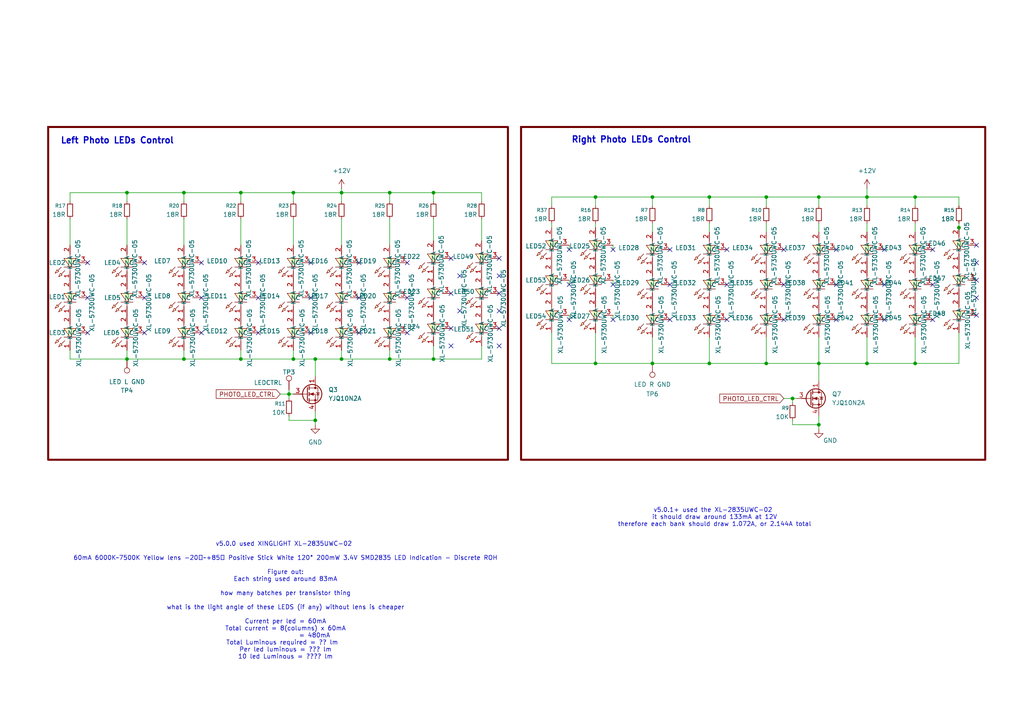
<source format=kicad_sch>
(kicad_sch (version 20250114) (generator "eeschema") (generator_version "9.0")
  (paper "A4")
  (title_block (title "MothBox") (date "2025-10-02") (rev "5.0.2") (company "Digital Naturalism Laboritories"))
  (lib_symbols
    (symbol "MothBox_Symbol_Library:+12V" (power) (pin_numbers (hide yes)) (pin_names (offset 0) (hide yes))
      (property "Value" "+12V" (at 0 3.556 0))
      (symbol "+12V_0_1"
        (polyline (pts (xy -0.762 1.27) (xy 0 2.54)))
        (polyline (pts (xy 0 2.54) (xy 0.762 1.27)))
        (polyline (pts (xy 0 0) (xy 0 2.54)))
      )
      (symbol "+12V_1_1"
        (pin power_in line (at 0 0 90) (length 0) (name "~") (number "1"))
      )
    )
    (symbol "MothBox_Symbol_Library:GND" (power) (pin_numbers (hide yes)) (pin_names (offset 0) (hide yes))
      (property "Value" "GND" (at 0 -3.81 0))
      (symbol "GND_0_1"
        (polyline (pts (xy 0 0) (xy 0 -1.27) (xy 1.27 -1.27) (xy 0 -2.54) (xy -1.27 -1.27) (xy 0 -1.27)))
      )
      (symbol "GND_1_1"
        (pin power_in line (at 0 0 270) (length 0) (name "~") (number "1"))
      )
    )
    (symbol "MothBox_Symbol_Library:R_Small" (pin_numbers (hide yes)) (pin_names (offset 0.254) (hide yes))
      (property "Reference" "R" (at 0 0 90))
      (property "Value" "R_Small" (at 1.778 0 90))
      (symbol "R_Small_0_1"
        (rectangle (start -0.762 1.778) (end 0.762 -1.778) (stroke (width 0.2032)))
      )
      (symbol "R_Small_1_1"
        (pin passive line (at 0 2.54 270) (length 0.762) (name "~") (number "1"))
        (pin passive line (at 0 -2.54 90) (length 0.762) (name "~") (number "2"))
      )
    )
    (symbol "MothBox_Symbol_Library:TestPoint" (pin_numbers (hide yes)) (pin_names (offset 0.762) (hide yes))
      (property "Reference" "TP" (at 0 6.858 0))
      (property "Value" "TestPoint" (at 0 5.08 0))
      (symbol "TestPoint_0_1"
        (circle (center 0 3.302) (radius 0.762))
      )
      (symbol "TestPoint_1_1"
        (pin passive line (at 0 0 90) (length 2.54) (name "1") (number "1"))
      )
    )
    (symbol "MothBox_Symbol_Library:XL-5730UWC-05"
      (property "Reference" "LED" (at 0 5.08 0))
      (property "Value" "XL-5730UWC-05" (at 0 -10.16 0))
      (symbol "XL-5730UWC-05_0_1"
        (polyline (pts (xy -4.06 3.3) (xy -3.05 2.79) (xy -3.56 2.29) (xy -4.06 3.3)) (fill (type background)))
        (polyline (pts (xy -3.05 4.32) (xy -2.03 3.81) (xy -2.54 3.3) (xy -3.05 4.32)) (fill (type background)))
        (polyline (pts (xy -2.29 1.52) (xy -3.3 2.54) (xy -2.29 1.52)) (fill (type background)))
        (polyline (pts (xy -1.27 2.54) (xy -2.29 3.56) (xy -1.27 2.54)) (fill (type background)))
        (polyline (pts (xy -1.27 1.78) (xy -1.27 -1.78)))
        (polyline (pts (xy -1.27 0) (xy -2.54 0)))
        (polyline (pts (xy 1.27 1.78) (xy -1.27 0) (xy 1.27 -1.78) (xy 1.27 1.78)) (fill (type background)))
        (polyline (pts (xy 2.54 0) (xy 1.27 0)))
        (pin unspecified line (at -5.08 0 0) (length 2.54) (name "K") (number "1"))
        (pin unspecified line (at 0 -5.08 90) (length 2.54) (name "NC") (number "3"))
        (pin unspecified line (at 5.08 0 180) (length 2.54) (name "A") (number "2"))
      )
    )
    (symbol "MothBox_Symbol_Library:YJQ10N2A_1" (pin_names (hide yes))
      (property "Reference" "Q" (at 5.08 1.905 0))
      (property "Value" "YJQ10N2A" (at 5.08 0 0))
      (symbol "YJQ10N2A_1_0_1"
        (polyline (pts (xy 0.254 1.905) (xy 0.254 -1.905)) (stroke (width 0.254)))
        (polyline (pts (xy 0.254 0) (xy -2.54 0)))
        (polyline (pts (xy 0.762 2.286) (xy 0.762 1.27)) (stroke (width 0.254)))
        (polyline (pts (xy 0.762 0.508) (xy 0.762 -0.508)) (stroke (width 0.254)))
        (polyline (pts (xy 0.762 -1.27) (xy 0.762 -2.286)) (stroke (width 0.254)))
        (polyline (pts (xy 0.762 -1.778) (xy 3.302 -1.778) (xy 3.302 1.778) (xy 0.762 1.778)))
        (polyline (pts (xy 1.016 0) (xy 2.032 0.381) (xy 2.032 -0.381) (xy 1.016 0)) (fill (type outline)))
        (circle (center 1.651 0) (radius 2.794) (stroke (width 0.254)))
        (polyline (pts (xy 2.54 2.54) (xy 2.54 1.778)))
        (circle (center 2.54 1.778) (radius 0.254) (fill (type outline)))
        (circle (center 2.54 -1.778) (radius 0.254) (fill (type outline)))
        (polyline (pts (xy 2.54 -2.54) (xy 2.54 0) (xy 0.762 0)))
        (polyline (pts (xy 2.794 0.508) (xy 2.921 0.381) (xy 3.683 0.381) (xy 3.81 0.254)))
        (polyline (pts (xy 3.302 0.381) (xy 2.921 -0.254) (xy 3.683 -0.254) (xy 3.302 0.381)))
      )
      (symbol "YJQ10N2A_1_1_1"
        (pin input line (at -3.81 0 0) (length 2.54) (name "G") (number "3"))
        (pin passive line (at 2.54 5.08 270) (length 2.54) (name "D") (number "1"))
        (pin passive line (at 2.54 5.08 270) (length 2.54) (hide yes) (name "D") (number "2"))
        (pin passive line (at 2.54 5.08 270) (length 2.54) (hide yes) (name "D") (number "5"))
        (pin passive line (at 2.54 5.08 270) (length 2.54) (hide yes) (name "D") (number "6"))
        (pin passive line (at 2.54 5.08 270) (length 2.54) (hide yes) (name "D") (number "8"))
        (pin passive line (at 2.54 -5.08 90) (length 2.54) (name "S") (number "4"))
        (pin passive line (at 2.54 -5.08 90) (length 2.54) (hide yes) (name "S") (number "7"))
      )
    )
    (symbol "YJQ10N2A_1_1_1_1_1" (pin_names (hide yes))
      (property "Reference" "Q" (at 5.08 1.905 0))
      (property "Value" "YJQ10N2A" (at 5.08 0 0))
      (symbol "YJQ10N2A_1_1_1_1_1_0_1"
        (polyline (pts (xy 0.254 1.905) (xy 0.254 -1.905)) (stroke (width 0.254)))
        (polyline (pts (xy 0.254 0) (xy -2.54 0)))
        (polyline (pts (xy 0.762 2.286) (xy 0.762 1.27)) (stroke (width 0.254)))
        (polyline (pts (xy 0.762 0.508) (xy 0.762 -0.508)) (stroke (width 0.254)))
        (polyline (pts (xy 0.762 -1.27) (xy 0.762 -2.286)) (stroke (width 0.254)))
        (polyline (pts (xy 0.762 -1.778) (xy 3.302 -1.778) (xy 3.302 1.778) (xy 0.762 1.778)))
        (polyline (pts (xy 1.016 0) (xy 2.032 0.381) (xy 2.032 -0.381) (xy 1.016 0)) (fill (type outline)))
        (circle (center 1.651 0) (radius 2.794) (stroke (width 0.254)))
        (polyline (pts (xy 2.54 2.54) (xy 2.54 1.778)))
        (circle (center 2.54 1.778) (radius 0.254) (fill (type outline)))
        (circle (center 2.54 -1.778) (radius 0.254) (fill (type outline)))
        (polyline (pts (xy 2.54 -2.54) (xy 2.54 0) (xy 0.762 0)))
        (polyline (pts (xy 2.794 0.508) (xy 2.921 0.381) (xy 3.683 0.381) (xy 3.81 0.254)))
        (polyline (pts (xy 3.302 0.381) (xy 2.921 -0.254) (xy 3.683 -0.254) (xy 3.302 0.381)))
      )
      (symbol "YJQ10N2A_1_1_1_1_1_1_1"
        (pin input line (at -3.81 0 0) (length 2.54) (name "G") (number "3"))
        (pin passive line (at 2.54 5.08 270) (length 2.54) (name "D") (number "1"))
        (pin passive line (at 2.54 5.08 270) (length 2.54) (hide yes) (name "D") (number "2"))
        (pin passive line (at 2.54 5.08 270) (length 2.54) (hide yes) (name "D") (number "3"))
        (pin passive line (at 2.54 5.08 270) (length 2.54) (hide yes) (name "D") (number "5"))
        (pin passive line (at 2.54 5.08 270) (length 2.54) (hide yes) (name "D") (number "6"))
        (pin passive line (at 2.54 5.08 270) (length 2.54) (hide yes) (name "D") (number "8"))
        (pin passive line (at 2.54 -5.08 90) (length 2.54) (name "S") (number "4"))
        (pin passive line (at 2.54 -5.08 90) (length 2.54) (hide yes) (name "S") (number "7"))
      )
    )
    (symbol "YJQ10N2A_2_1_1_1_1" (pin_names (hide yes))
      (property "Reference" "Q" (at 5.08 1.905 0))
      (property "Value" "YJQ10N2A" (at 5.08 0 0))
      (symbol "YJQ10N2A_2_1_1_1_1_0_1"
        (polyline (pts (xy 0.254 1.905) (xy 0.254 -1.905)) (stroke (width 0.254)))
        (polyline (pts (xy 0.254 0) (xy -2.54 0)))
        (polyline (pts (xy 0.762 2.286) (xy 0.762 1.27)) (stroke (width 0.254)))
        (polyline (pts (xy 0.762 0.508) (xy 0.762 -0.508)) (stroke (width 0.254)))
        (polyline (pts (xy 0.762 -1.27) (xy 0.762 -2.286)) (stroke (width 0.254)))
        (polyline (pts (xy 0.762 -1.778) (xy 3.302 -1.778) (xy 3.302 1.778) (xy 0.762 1.778)))
        (polyline (pts (xy 1.016 0) (xy 2.032 0.381) (xy 2.032 -0.381) (xy 1.016 0)) (fill (type outline)))
        (circle (center 1.651 0) (radius 2.794) (stroke (width 0.254)))
        (polyline (pts (xy 2.54 2.54) (xy 2.54 1.778)))
        (circle (center 2.54 1.778) (radius 0.254) (fill (type outline)))
        (circle (center 2.54 -1.778) (radius 0.254) (fill (type outline)))
        (polyline (pts (xy 2.54 -2.54) (xy 2.54 0) (xy 0.762 0)))
        (polyline (pts (xy 2.794 0.508) (xy 2.921 0.381) (xy 3.683 0.381) (xy 3.81 0.254)))
        (polyline (pts (xy 3.302 0.381) (xy 2.921 -0.254) (xy 3.683 -0.254) (xy 3.302 0.381)))
      )
      (symbol "YJQ10N2A_2_1_1_1_1_1_1"
        (pin input line (at -3.81 0 0) (length 2.54) (name "G") (number "3"))
        (pin passive line (at 2.54 5.08 270) (length 2.54) (name "D") (number "1"))
        (pin passive line (at 2.54 5.08 270) (length 2.54) (hide yes) (name "D") (number "2"))
        (pin passive line (at 2.54 5.08 270) (length 2.54) (hide yes) (name "D") (number "3"))
        (pin passive line (at 2.54 5.08 270) (length 2.54) (hide yes) (name "D") (number "5"))
        (pin passive line (at 2.54 5.08 270) (length 2.54) (hide yes) (name "D") (number "6"))
        (pin passive line (at 2.54 5.08 270) (length 2.54) (hide yes) (name "D") (number "8"))
        (pin passive line (at 2.54 -5.08 90) (length 2.54) (name "S") (number "4"))
        (pin passive line (at 2.54 -5.08 90) (length 2.54) (hide yes) (name "S") (number "7"))
      )
    )
  )
  (rectangle (start 13.97 36.83) (end 147.32 133.35) (stroke (width 0.5842) (color 110 0 0 1)))
  (rectangle (start 151.13 36.83) (end 285.75 133.35) (stroke (width 0.5842) (color 110 0 0 1)))
  (text "v5.0.0 used XINGLIGHT XL-2835UWC-02 \n\n60mA 6000K~7500K Yellow lens -20℃~+85℃ Positive Stick White 120° 200mW 3.4V SMD2835 LED Indication - Discrete ROH\n\nFigure out:\nEach string used around 83mA\n\nhow many batches per transistor thing\n\nwhat is the light angle of these LEDS (if any) without lens is cheaper\n\nCurrent per led = 60mA\nTotal current = 8(columns) x 60mA\n			  = 480mA\nTotal Luminous required = ?? lm  \nPer led luminous = ??? lm\n10 led Luminous = ???? lm" (at 82.804 174.244 0) (effects (font (size 1.27 1.27))))
  (text "Right Photo LEDs Control" (at 183.134 40.64 0) (effects (font (size 1.778 1.778) (thickness 0.3556) (bold yes))))
  (text "Left Photo LEDs Control" (at 34.036 40.894 0) (effects (font (size 1.778 1.778) (thickness 0.3556) (bold yes))))
  (text "v5.0.1+ used the XL-2835UWC-02 \nit should draw around 133mA at 12V\ntherefore each bank should draw 1.072A, or 2.144A total" (at 207.264 150.114 0) (effects (font (size 1.27 1.27))))
  (junction (at 189.23 105.41))
  (junction (at 251.46 105.41))
  (junction (at 265.43 57.15))
  (junction (at 99.06 104.14))
  (junction (at 53.34 104.14))
  (junction (at 36.83 55.88))
  (junction (at 222.25 57.15))
  (junction (at 172.72 105.41))
  (junction (at 69.85 55.88))
  (junction (at 83.82 114.3))
  (junction (at 91.44 104.14))
  (junction (at 189.23 57.15))
  (junction (at 205.74 105.41))
  (junction (at 278.13 66.04))
  (junction (at 113.03 104.14))
  (junction (at 85.09 55.88))
  (junction (at 91.44 121.92))
  (junction (at 172.72 57.15))
  (junction (at 237.49 105.41))
  (junction (at 53.34 55.88))
  (junction (at 85.09 104.14))
  (junction (at 237.49 57.15))
  (junction (at 205.74 57.15))
  (junction (at 36.83 104.14))
  (junction (at 229.87 115.57))
  (junction (at 251.46 57.15))
  (junction (at 222.25 105.41))
  (junction (at 99.06 55.88))
  (junction (at 265.43 105.41))
  (junction (at 69.85 104.14))
  (junction (at 237.49 123.19))
  (junction (at 125.73 55.88))
  (junction (at 113.03 55.88))
  (junction (at 125.73 104.14))
  (no_connect (at 144.78 85.09))
  (no_connect (at 242.57 72.39))
  (no_connect (at 165.1 82.55))
  (no_connect (at 74.93 96.52))
  (no_connect (at 194.31 82.55))
  (no_connect (at 283.21 86.36))
  (no_connect (at 283.21 71.12))
  (no_connect (at 104.14 96.52))
  (no_connect (at 283.21 76.2))
  (no_connect (at 242.57 92.71))
  (no_connect (at 74.93 76.2))
  (no_connect (at 256.54 82.55))
  (no_connect (at 144.78 95.25))
  (no_connect (at 25.4 76.2))
  (no_connect (at 227.33 92.71))
  (no_connect (at 165.1 72.39))
  (no_connect (at 227.33 72.39))
  (no_connect (at 256.54 72.39))
  (no_connect (at 41.91 96.52))
  (no_connect (at 90.17 86.36))
  (no_connect (at 242.57 82.55))
  (no_connect (at 165.1 92.71))
  (no_connect (at 25.4 86.36))
  (no_connect (at 104.14 76.2))
  (no_connect (at 177.8 82.55))
  (no_connect (at 118.11 76.2))
  (no_connect (at 130.81 100.33))
  (no_connect (at 133.35 90.17))
  (no_connect (at 144.78 80.01))
  (no_connect (at 194.31 92.71))
  (no_connect (at 256.54 92.71))
  (no_connect (at 270.51 82.55))
  (no_connect (at 118.11 96.52))
  (no_connect (at 74.93 86.36))
  (no_connect (at 130.81 95.25))
  (no_connect (at 104.14 86.36))
  (no_connect (at 58.42 96.52))
  (no_connect (at 90.17 96.52))
  (no_connect (at 118.11 86.36))
  (no_connect (at 144.78 100.33))
  (no_connect (at 210.82 72.39))
  (no_connect (at 210.82 92.71))
  (no_connect (at 194.31 72.39))
  (no_connect (at 58.42 86.36))
  (no_connect (at 130.81 74.93))
  (no_connect (at 41.91 76.2))
  (no_connect (at 144.78 74.93))
  (no_connect (at 270.51 72.39))
  (no_connect (at 177.8 92.71))
  (no_connect (at 130.81 85.09))
  (no_connect (at 283.21 91.44))
  (no_connect (at 41.91 86.36))
  (no_connect (at 133.35 80.01))
  (no_connect (at 58.42 76.2))
  (no_connect (at 90.17 76.2))
  (no_connect (at 227.33 82.55))
  (no_connect (at 270.51 92.71))
  (no_connect (at 177.8 72.39))
  (no_connect (at 144.78 90.17))
  (no_connect (at 210.82 82.55))
  (no_connect (at 25.4 96.52))
  (no_connect (at 283.21 81.28))
  (wire (pts (xy 189.23 57.15) (xy 205.74 57.15)))
  (wire (pts (xy 83.82 113.03) (xy 83.82 114.3)))
  (wire (pts (xy 172.72 105.41) (xy 189.23 105.41)))
  (wire (pts (xy 85.09 104.14) (xy 91.44 104.14)))
  (wire (pts (xy 237.49 59.69) (xy 237.49 57.15)))
  (wire (pts (xy 189.23 59.69) (xy 189.23 57.15)))
  (wire (pts (xy 278.13 96.52) (xy 278.13 105.41)))
  (wire (pts (xy 139.7 63.5) (xy 139.7 69.85)))
  (wire (pts (xy 205.74 97.79) (xy 205.74 105.41)))
  (wire (pts (xy 222.25 57.15) (xy 237.49 57.15)))
  (wire (pts (xy 172.72 57.15) (xy 172.72 59.69)))
  (wire (pts (xy 125.73 104.14) (xy 139.7 104.14)))
  (wire (pts (xy 237.49 123.19) (xy 237.49 124.46)))
  (wire (pts (xy 237.49 105.41) (xy 251.46 105.41)))
  (wire (pts (xy 251.46 59.69) (xy 251.46 57.15)))
  (wire (pts (xy 251.46 64.77) (xy 251.46 67.31)))
  (wire (pts (xy 99.06 63.5) (xy 99.06 71.12)))
  (wire (pts (xy 36.83 63.5) (xy 36.83 71.12)))
  (wire (pts (xy 165.1 82.55) (xy 165.1 81.28)))
  (wire (pts (xy 99.06 58.42) (xy 99.06 55.88)))
  (wire (pts (xy 160.02 96.52) (xy 160.02 105.41)))
  (wire (pts (xy 69.85 63.5) (xy 69.85 71.12)))
  (wire (pts (xy 81.28 114.3) (xy 83.82 114.3)))
  (wire (pts (xy 222.25 64.77) (xy 222.25 67.31)))
  (wire (pts (xy 237.49 64.77) (xy 237.49 67.31)))
  (wire (pts (xy 172.72 57.15) (xy 189.23 57.15)))
  (wire (pts (xy 278.13 59.69) (xy 278.13 57.15)))
  (wire (pts (xy 20.32 55.88) (xy 36.83 55.88)))
  (wire (pts (xy 125.73 58.42) (xy 125.73 55.88)))
  (wire (pts (xy 113.03 104.14) (xy 125.73 104.14)))
  (wire (pts (xy 53.34 55.88) (xy 69.85 55.88)))
  (wire (pts (xy 69.85 58.42) (xy 69.85 55.88)))
  (wire (pts (xy 83.82 114.3) (xy 83.82 115.57)))
  (wire (pts (xy 189.23 64.77) (xy 189.23 67.31)))
  (wire (pts (xy 139.7 100.33) (xy 139.7 104.14)))
  (wire (pts (xy 69.85 104.14) (xy 85.09 104.14)))
  (wire (pts (xy 113.03 101.6) (xy 113.03 104.14)))
  (wire (pts (xy 237.49 57.15) (xy 251.46 57.15)))
  (wire (pts (xy 36.83 55.88) (xy 53.34 55.88)))
  (wire (pts (xy 229.87 123.19) (xy 237.49 123.19)))
  (wire (pts (xy 189.23 97.79) (xy 189.23 105.41)))
  (wire (pts (xy 265.43 59.69) (xy 265.43 57.15)))
  (wire (pts (xy 160.02 64.77) (xy 160.02 66.04)))
  (wire (pts (xy 91.44 121.92) (xy 91.44 123.19)))
  (wire (pts (xy 278.13 105.41) (xy 265.43 105.41)))
  (wire (pts (xy 53.34 104.14) (xy 69.85 104.14)))
  (wire (pts (xy 237.49 97.79) (xy 237.49 105.41)))
  (wire (pts (xy 125.73 63.5) (xy 125.73 69.85)))
  (wire (pts (xy 227.33 115.57) (xy 229.87 115.57)))
  (wire (pts (xy 83.82 121.92) (xy 91.44 121.92)))
  (wire (pts (xy 278.13 64.77) (xy 278.13 66.04)))
  (wire (pts (xy 36.83 58.42) (xy 36.83 55.88)))
  (wire (pts (xy 165.1 72.39) (xy 165.1 71.12)))
  (wire (pts (xy 222.25 105.41) (xy 237.49 105.41)))
  (wire (pts (xy 91.44 104.14) (xy 91.44 109.22)))
  (wire (pts (xy 85.09 101.6) (xy 85.09 104.14)))
  (wire (pts (xy 91.44 104.14) (xy 99.06 104.14)))
  (wire (pts (xy 53.34 101.6) (xy 53.34 104.14)))
  (wire (pts (xy 139.7 58.42) (xy 139.7 55.88)))
  (wire (pts (xy 265.43 57.15) (xy 278.13 57.15)))
  (wire (pts (xy 251.46 57.15) (xy 265.43 57.15)))
  (wire (pts (xy 20.32 58.42) (xy 20.32 55.88)))
  (wire (pts (xy 99.06 101.6) (xy 99.06 104.14)))
  (wire (pts (xy 237.49 120.65) (xy 237.49 123.19)))
  (wire (pts (xy 85.09 58.42) (xy 85.09 55.88)))
  (wire (pts (xy 113.03 55.88) (xy 113.03 58.42)))
  (wire (pts (xy 177.8 82.55) (xy 177.8 81.28)))
  (wire (pts (xy 36.83 101.6) (xy 36.83 104.14)))
  (wire (pts (xy 189.23 105.41) (xy 205.74 105.41)))
  (wire (pts (xy 177.8 92.71) (xy 177.8 91.44)))
  (wire (pts (xy 205.74 105.41) (xy 222.25 105.41)))
  (wire (pts (xy 83.82 120.65) (xy 83.82 121.92)))
  (wire (pts (xy 172.72 96.52) (xy 172.72 105.41)))
  (wire (pts (xy 20.32 63.5) (xy 20.32 71.12)))
  (wire (pts (xy 85.09 55.88) (xy 99.06 55.88)))
  (wire (pts (xy 113.03 63.5) (xy 113.03 71.12)))
  (wire (pts (xy 222.25 59.69) (xy 222.25 57.15)))
  (wire (pts (xy 53.34 58.42) (xy 53.34 55.88)))
  (wire (pts (xy 160.02 105.41) (xy 172.72 105.41)))
  (wire (pts (xy 251.46 54.61) (xy 251.46 57.15)))
  (wire (pts (xy 265.43 97.79) (xy 265.43 105.41)))
  (wire (pts (xy 139.7 55.88) (xy 125.73 55.88)))
  (wire (pts (xy 91.44 119.38) (xy 91.44 121.92)))
  (wire (pts (xy 177.8 72.39) (xy 177.8 71.12)))
  (wire (pts (xy 278.13 66.04) (xy 278.13 67.31)))
  (wire (pts (xy 205.74 57.15) (xy 222.25 57.15)))
  (wire (pts (xy 53.34 63.5) (xy 53.34 71.12)))
  (wire (pts (xy 229.87 115.57) (xy 231.14 115.57)))
  (wire (pts (xy 125.73 100.33) (xy 125.73 104.14)))
  (wire (pts (xy 69.85 55.88) (xy 85.09 55.88)))
  (wire (pts (xy 229.87 121.92) (xy 229.87 123.19)))
  (wire (pts (xy 20.32 101.6) (xy 20.32 104.14)))
  (wire (pts (xy 251.46 105.41) (xy 265.43 105.41)))
  (wire (pts (xy 205.74 64.77) (xy 205.74 67.31)))
  (wire (pts (xy 36.83 104.14) (xy 53.34 104.14)))
  (wire (pts (xy 237.49 105.41) (xy 237.49 110.49)))
  (wire (pts (xy 99.06 55.88) (xy 113.03 55.88)))
  (wire (pts (xy 165.1 92.71) (xy 165.1 91.44)))
  (wire (pts (xy 160.02 59.69) (xy 160.02 57.15)))
  (wire (pts (xy 99.06 54.61) (xy 99.06 55.88)))
  (wire (pts (xy 172.72 64.77) (xy 172.72 66.04)))
  (wire (pts (xy 69.85 101.6) (xy 69.85 104.14)))
  (wire (pts (xy 222.25 97.79) (xy 222.25 105.41)))
  (wire (pts (xy 251.46 97.79) (xy 251.46 105.41)))
  (wire (pts (xy 85.09 63.5) (xy 85.09 71.12)))
  (wire (pts (xy 160.02 57.15) (xy 172.72 57.15)))
  (wire (pts (xy 229.87 115.57) (xy 229.87 116.84)))
  (wire (pts (xy 83.82 114.3) (xy 85.09 114.3)))
  (wire (pts (xy 265.43 64.77) (xy 265.43 67.31)))
  (wire (pts (xy 205.74 59.69) (xy 205.74 57.15)))
  (wire (pts (xy 99.06 104.14) (xy 113.03 104.14)))
  (wire (pts (xy 113.03 55.88) (xy 125.73 55.88)))
  (wire (pts (xy 20.32 104.14) (xy 36.83 104.14)))
  (global_label "PHOTO_LED_CTRL" (shape input) (at 227.33 115.57 180) (property "Intersheetrefs" "${INTERSHEET_REFS}" (effects (hide yes))))
  (global_label "PHOTO_LED_CTRL" (shape input) (at 81.28 114.3 180) (property "Intersheetrefs" "${INTERSHEET_REFS}" (effects (hide yes))))
  (symbol (lib_id "MothBox_Symbol_Library:XL-5730UWC-05") (at 139.7 95.25 90) (unit 1)
    (property "Reference" "LED51" (at 137.668 95.504 90) (effects (justify left)))
    (property "Value" "XL-5730UWC-05" (at 142.24 105.156 0) (effects (justify left)))
    (property "Footprint" "MothBox_footprints_Library:LED-SMD_3P-L5.7-W3.0-RD" (effects (hide yes)))
    (property "LCSC_Part" "C2843887" (effects (hide yes)))
  )
  (symbol (lib_id "MothBox_Symbol_Library:XL-5730UWC-05") (at 99.06 96.52 90) (unit 1)
    (property "Reference" "LED18" (at 95.25 96.0099 90) (effects (justify left)))
    (property "Value" "XL-5730UWC-05" (at 101.6 106.426 0) (effects (justify left)))
    (property "Footprint" "MothBox_footprints_Library:LED-SMD_3P-L5.7-W3.0-RD" (effects (hide yes)))
    (property "LCSC_Part" "C2843887" (effects (hide yes)))
  )
  (symbol (lib_id "MothBox_Symbol_Library:XL-5730UWC-05") (at 69.85 86.36 90) (unit 1)
    (property "Reference" "LED11" (at 66.04 85.8499 90) (effects (justify left)))
    (property "Value" "XL-5730UWC-05" (at 76.2 96.266 0) (effects (justify left)))
    (property "Footprint" "MothBox_footprints_Library:LED-SMD_3P-L5.7-W3.0-RD" (effects (hide yes)))
    (property "LCSC_Part" "C2843887" (effects (hide yes)))
  )
  (symbol (lib_id "MothBox_Symbol_Library:XL-5730UWC-05") (at 20.32 86.36 90) (unit 1)
    (property "Reference" "LED1" (at 19.05 86.106 90) (effects (justify left)))
    (property "Value" "XL-5730UWC-05" (at 26.67 96.266 0) (effects (justify left)))
    (property "Footprint" "MothBox_footprints_Library:LED-SMD_3P-L5.7-W3.0-RD" (effects (hide yes)))
    (property "LCSC_Part" "C2843887" (effects (hide yes)))
  )
  (symbol (lib_id "MothBox_Symbol_Library:XL-5730UWC-05") (at 172.72 91.44 90) (unit 1)
    (property "Reference" "LED27" (at 171.196 91.694 90) (effects (justify left)))
    (property "Value" "XL-5730UWC-05" (at 175.26 102.616 0) (effects (justify left)))
    (property "Footprint" "MothBox_footprints_Library:LED-SMD_3P-L5.7-W3.0-RD" (effects (hide yes)))
    (property "LCSC_Part" "C2843887" (effects (hide yes)))
  )
  (symbol (lib_id "MothBox_Symbol_Library:XL-5730UWC-05") (at 53.34 76.2 90) (unit 1)
    (property "Reference" "LED7" (at 49.53 75.6899 90) (effects (justify left)))
    (property "Value" "XL-5730UWC-05" (at 55.626 86.36 0) (effects (justify left)))
    (property "Footprint" "MothBox_footprints_Library:LED-SMD_3P-L5.7-W3.0-RD" (effects (hide yes)))
    (property "LCSC_Part" "C2843887" (effects (hide yes)))
  )
  (symbol (lib_id "MothBox_Symbol_Library:XL-5730UWC-05") (at 205.74 72.39 90) (unit 1)
    (property "Reference" "LED31" (at 201.93 71.8799 90) (effects (justify left)))
    (property "Value" "XL-5730UWC-05" (at 208.026 82.55 0) (effects (justify left)))
    (property "Footprint" "MothBox_footprints_Library:LED-SMD_3P-L5.7-W3.0-RD" (effects (hide yes)))
    (property "LCSC_Part" "C2843887" (effects (hide yes)))
  )
  (symbol (lib_id "MothBox_Symbol_Library:XL-5730UWC-05") (at 36.83 96.52 90) (unit 1)
    (property "Reference" "LED6" (at 34.798 96.52 90) (effects (justify left)))
    (property "Value" "XL-5730UWC-05" (at 39.37 106.426 0) (effects (justify left)))
    (property "Footprint" "MothBox_footprints_Library:LED-SMD_3P-L5.7-W3.0-RD" (effects (hide yes)))
    (property "LCSC_Part" "C2843887" (effects (hide yes)))
  )
  (symbol (lib_id "MothBox_Symbol_Library:R_Small") (at 251.46 62.23 0) (mirror y) (unit 1)
    (property "Reference" "R13" (at 250.19 60.96 0) (effects (font (size 1.016 1.016)) (justify left)))
    (property "Value" "18R" (at 250.19 63.5 0) (effects (justify left)))
    (property "Footprint" "MothBox_footprints_Library:R_1210_3225Metric" (effects (hide yes)))
    (property "Description" "CL1210FN18RP" (effects (hide yes)))
    (property "LCSC_Part" "C48392080" (effects (hide yes)))
  )
  (symbol (lib_id "MothBox_Symbol_Library:XL-5730UWC-05") (at 20.32 76.2 90) (unit 1)
    (property "Reference" "LED2" (at 19.05 76.2 90) (effects (justify left)))
    (property "Value" "XL-5730UWC-05" (at 22.606 86.36 0) (effects (justify left)))
    (property "Footprint" "MothBox_footprints_Library:LED-SMD_3P-L5.7-W3.0-RD" (effects (hide yes)))
    (property "LCSC_Part" "C2843887" (effects (hide yes)))
  )
  (symbol (lib_id "MothBox_Symbol_Library:XL-5730UWC-05") (at 265.43 82.55 90) (unit 1)
    (property "Reference" "LED44" (at 261.62 82.0399 90) (effects (justify left)))
    (property "Value" "XL-5730UWC-05" (at 271.78 92.456 0) (effects (justify left)))
    (property "Footprint" "MothBox_footprints_Library:LED-SMD_3P-L5.7-W3.0-RD" (effects (hide yes)))
    (property "LCSC_Part" "C2843887" (effects (hide yes)))
  )
  (symbol (lib_id "MothBox_Symbol_Library:XL-5730UWC-05") (at 222.25 82.55 90) (unit 1)
    (property "Reference" "LED35" (at 218.44 82.0399 90) (effects (justify left)))
    (property "Value" "XL-5730UWC-05" (at 228.6 92.456 0) (effects (justify left)))
    (property "Footprint" "MothBox_footprints_Library:LED-SMD_3P-L5.7-W3.0-RD" (effects (hide yes)))
    (property "LCSC_Part" "C2843887" (effects (hide yes)))
  )
  (symbol (lib_id "MothBox_Symbol_Library:R_Small") (at 189.23 62.23 0) (mirror y) (unit 1)
    (property "Reference" "R7" (at 187.96 60.96 0) (effects (font (size 1.016 1.016)) (justify left)))
    (property "Value" "18R" (at 187.96 63.5 0) (effects (justify left)))
    (property "Footprint" "MothBox_footprints_Library:R_1210_3225Metric" (effects (hide yes)))
    (property "Description" "CL1210FN18RP" (effects (hide yes)))
    (property "LCSC_Part" "C48392080" (effects (hide yes)))
  )
  (symbol (lib_id "MothBox_Symbol_Library:R_Small") (at 172.72 62.23 0) (mirror y) (unit 1)
    (property "Reference" "R16" (at 171.45 60.96 0) (effects (font (size 1.016 1.016)) (justify left)))
    (property "Value" "18R" (at 171.45 63.5 0) (effects (justify left)))
    (property "Footprint" "MothBox_footprints_Library:R_1210_3225Metric" (effects (hide yes)))
    (property "Description" "CL1210FN18RP" (effects (hide yes)))
    (property "LCSC_Part" "C48392080" (effects (hide yes)))
  )
  (symbol (lib_id "MothBox_Symbol_Library:XL-5730UWC-05") (at 237.49 82.55 90) (unit 1)
    (property "Reference" "LED38" (at 233.68 82.0399 90) (effects (justify left)))
    (property "Value" "XL-5730UWC-05" (at 243.84 92.456 0) (effects (justify left)))
    (property "Footprint" "MothBox_footprints_Library:LED-SMD_3P-L5.7-W3.0-RD" (effects (hide yes)))
    (property "LCSC_Part" "C2843887" (effects (hide yes)))
  )
  (symbol (lib_id "MothBox_Symbol_Library:R_Small") (at 139.7 60.96 0) (mirror y) (unit 1)
    (property "Reference" "R28" (at 138.43 59.69 0) (effects (font (size 1.016 1.016)) (justify left)))
    (property "Value" "18R" (at 138.43 62.23 0) (effects (justify left)))
    (property "Footprint" "MothBox_footprints_Library:R_1210_3225Metric" (effects (hide yes)))
    (property "Description" "CL1210FN18RP" (effects (hide yes)))
    (property "LCSC_Part" "C48392080" (effects (hide yes)))
  )
  (symbol (lib_id "MothBox_Symbol_Library:XL-5730UWC-05") (at 172.72 81.28 90) (unit 1)
    (property "Reference" "LED26" (at 171.196 81.28 90) (effects (justify left)))
    (property "Value" "XL-5730UWC-05" (at 179.07 92.456 0) (effects (justify left)))
    (property "Footprint" "MothBox_footprints_Library:LED-SMD_3P-L5.7-W3.0-RD" (effects (hide yes)))
    (property "LCSC_Part" "C2843887" (effects (hide yes)))
  )
  (symbol (lib_id "MothBox_Symbol_Library:XL-5730UWC-05") (at 113.03 96.52 90) (unit 1)
    (property "Reference" "LED21" (at 109.22 96.0099 90) (effects (justify left)))
    (property "Value" "XL-5730UWC-05" (at 115.57 106.426 0) (effects (justify left)))
    (property "Footprint" "MothBox_footprints_Library:LED-SMD_3P-L5.7-W3.0-RD" (effects (hide yes)))
    (property "LCSC_Part" "C2843887" (effects (hide yes)))
  )
  (symbol (lib_id "MothBox_Symbol_Library:R_Small") (at 85.09 60.96 0) (mirror y) (unit 1)
    (property "Reference" "R23" (at 83.82 59.69 0) (effects (font (size 1.016 1.016)) (justify left)))
    (property "Value" "18R" (at 83.82 62.23 0) (effects (justify left)))
    (property "Footprint" "MothBox_footprints_Library:R_1210_3225Metric" (effects (hide yes)))
    (property "Description" "CL1210FN18RP" (effects (hide yes)))
    (property "LCSC_Part" "C48392080" (effects (hide yes)))
  )
  (symbol (lib_id "MothBox_Symbol_Library:R_Small") (at 237.49 62.23 0) (mirror y) (unit 1)
    (property "Reference" "R12" (at 236.22 60.96 0) (effects (font (size 1.016 1.016)) (justify left)))
    (property "Value" "18R" (at 236.22 63.5 0) (effects (justify left)))
    (property "Footprint" "MothBox_footprints_Library:R_1210_3225Metric" (effects (hide yes)))
    (property "Description" "CL1210FN18RP" (effects (hide yes)))
    (property "LCSC_Part" "C48392080" (effects (hide yes)))
  )
  (symbol (lib_id "MothBox_Symbol_Library:XL-5730UWC-05") (at 265.43 92.71 90) (unit 1)
    (property "Reference" "LED45" (at 261.62 92.1999 90) (effects (justify left)))
    (property "Value" "XL-5730UWC-05" (at 267.97 102.616 0) (effects (justify left)))
    (property "Footprint" "MothBox_footprints_Library:LED-SMD_3P-L5.7-W3.0-RD" (effects (hide yes)))
    (property "LCSC_Part" "C2843887" (effects (hide yes)))
  )
  (symbol (lib_id "MothBox_Symbol_Library:XL-5730UWC-05") (at 85.09 76.2 90) (unit 1)
    (property "Reference" "LED13" (at 81.28 75.6899 90) (effects (justify left)))
    (property "Value" "XL-5730UWC-05" (at 87.376 86.36 0) (effects (justify left)))
    (property "Footprint" "MothBox_footprints_Library:LED-SMD_3P-L5.7-W3.0-RD" (effects (hide yes)))
    (property "LCSC_Part" "C2843887" (effects (hide yes)))
  )
  (symbol (lib_id "MothBox_Symbol_Library:R_Small") (at 53.34 60.96 0) (mirror y) (unit 1)
    (property "Reference" "R20" (at 52.07 59.69 0) (effects (font (size 1.016 1.016)) (justify left)))
    (property "Value" "18R" (at 52.07 62.23 0) (effects (justify left)))
    (property "Footprint" "MothBox_footprints_Library:R_1210_3225Metric" (effects (hide yes)))
    (property "Description" "CL1210FN18RP" (effects (hide yes)))
    (property "LCSC_Part" "C48392080" (effects (hide yes)))
  )
  (symbol (lib_id "MothBox_Symbol_Library:R_Small") (at 205.74 62.23 0) (mirror y) (unit 1)
    (property "Reference" "R8" (at 204.47 60.96 0) (effects (font (size 1.016 1.016)) (justify left)))
    (property "Value" "18R" (at 204.47 63.5 0) (effects (justify left)))
    (property "Footprint" "MothBox_footprints_Library:R_1210_3225Metric" (effects (hide yes)))
    (property "Description" "CL1210FN18RP" (effects (hide yes)))
    (property "LCSC_Part" "C48392080" (effects (hide yes)))
  )
  (symbol (lib_id "MothBox_Symbol_Library:XL-5730UWC-05") (at 278.13 81.28 90) (unit 1)
    (property "Reference" "LED47" (at 274.32 80.7699 90) (effects (justify left)))
    (property "Value" "XL-5730UWC-05" (at 282.448 91.694 0) (effects (justify left)))
    (property "Footprint" "MothBox_footprints_Library:LED-SMD_3P-L5.7-W3.0-RD" (effects (hide yes)))
    (property "LCSC_Part" "C2843887" (effects (hide yes)))
  )
  (symbol (lib_id "MothBox_Symbol_Library:R_Small") (at 99.06 60.96 0) (mirror y) (unit 1)
    (property "Reference" "R24" (at 97.79 59.69 0) (effects (font (size 1.016 1.016)) (justify left)))
    (property "Value" "18R" (at 97.79 62.23 0) (effects (justify left)))
    (property "Footprint" "MothBox_footprints_Library:R_1210_3225Metric" (effects (hide yes)))
    (property "Description" "CL1210FN18RP" (effects (hide yes)))
    (property "LCSC_Part" "C48392080" (effects (hide yes)))
  )
  (symbol (lib_id "MothBox_Symbol_Library:GND") (at 91.44 123.19 0) (unit 1)
    (property "Reference" "#PWR036" (effects (hide yes)))
    (property "Value" "GND" (at 91.44 128.27 0))
    (property "Description" "Power symbol creates a global label with name \"GND\" , ground" (effects (hide yes)))
  )
  (symbol (lib_id "MothBox_Symbol_Library:XL-5730UWC-05") (at 172.72 71.12 90) (unit 1)
    (property "Reference" "LED25" (at 171.196 71.374 90) (effects (justify left)))
    (property "Value" "XL-5730UWC-05" (at 175.006 82.55 0) (effects (justify left)))
    (property "Footprint" "MothBox_footprints_Library:LED-SMD_3P-L5.7-W3.0-RD" (effects (hide yes)))
    (property "LCSC_Part" "C2843887" (effects (hide yes)))
  )
  (symbol (lib_id "MothBox_Symbol_Library:XL-5730UWC-05") (at 251.46 72.39 90) (unit 1)
    (property "Reference" "LED40" (at 247.65 71.8799 90) (effects (justify left)))
    (property "Value" "XL-5730UWC-05" (at 253.746 82.55 0) (effects (justify left)))
    (property "Footprint" "MothBox_footprints_Library:LED-SMD_3P-L5.7-W3.0-RD" (effects (hide yes)))
    (property "LCSC_Part" "C2843887" (effects (hide yes)))
  )
  (symbol (lib_id "MothBox_Symbol_Library:TestPoint") (at 189.23 105.41 180) (unit 1) (in_bom no)
    (property "Reference" "TP6" (at 189.23 114.3 0))
    (property "Value" "LED R GND" (at 189.23 111.506 0))
    (property "Footprint" "MothBox_footprints_Library:TestPoint_THTPad_D1.0mm_Drill0.5mm" (effects (hide yes)))
    (property "Description" "test point" (effects (hide yes)))
  )
  (symbol (lib_id "MothBox_Symbol_Library:XL-5730UWC-05") (at 222.25 92.71 90) (unit 1)
    (property "Reference" "LED36" (at 218.44 92.1999 90) (effects (justify left)))
    (property "Value" "XL-5730UWC-05" (at 224.79 102.616 0) (effects (justify left)))
    (property "Footprint" "MothBox_footprints_Library:LED-SMD_3P-L5.7-W3.0-RD" (effects (hide yes)))
    (property "LCSC_Part" "C2843887" (effects (hide yes)))
  )
  (symbol (lib_id "MothBox_Symbol_Library:R_Small") (at 36.83 60.96 0) (mirror y) (unit 1)
    (property "Reference" "R18" (at 35.56 59.69 0) (effects (font (size 1.016 1.016)) (justify left)))
    (property "Value" "18R" (at 35.56 62.23 0) (effects (justify left)))
    (property "Footprint" "MothBox_footprints_Library:R_1210_3225Metric" (effects (hide yes)))
    (property "Description" "CL1210FN18RP" (effects (hide yes)))
    (property "LCSC_Part" "C48392080" (effects (hide yes)))
  )
  (symbol (lib_id "MothBox_Symbol_Library:R_Small") (at 229.87 119.38 0) (unit 1)
    (property "Reference" "R9" (at 228.854 118.364 0) (effects (font (size 1.016 1.016)) (justify right)))
    (property "Value" "10K" (at 228.854 120.904 0) (effects (justify right)))
    (property "Footprint" "MothBox_footprints_Library:R_0603_1608Metric" (effects (hide yes)))
    (property "Description" "Resistor, small symbol" (effects (hide yes)))
    (property "LCSC_Part" "C25804" (effects (hide yes)))
  )
  (symbol (lib_id "MothBox_Symbol_Library:+12V") (at 99.06 54.61 0) (unit 1)
    (property "Reference" "#PWR035" (effects (hide yes)))
    (property "Value" "+12V" (at 99.06 49.53 0))
    (property "Description" "Power symbol creates a global label with name \"+12V\"" (effects (hide yes)))
  )
  (symbol (lib_id "MothBox_Symbol_Library:R_Small") (at 20.32 60.96 0) (mirror y) (unit 1)
    (property "Reference" "R17" (at 19.05 59.69 0) (effects (font (size 1.016 1.016)) (justify left)))
    (property "Value" "18R" (at 19.05 62.23 0) (effects (justify left)))
    (property "Footprint" "MothBox_footprints_Library:R_1210_3225Metric" (effects (hide yes)))
    (property "Description" "CL1210FN18RP" (effects (hide yes)))
    (property "LCSC_Part" "C48392080" (effects (hide yes)))
  )
  (symbol (lib_id "MothBox_Symbol_Library:XL-5730UWC-05") (at 205.74 82.55 90) (unit 1)
    (property "Reference" "LED32" (at 201.93 82.0399 90) (effects (justify left)))
    (property "Value" "XL-5730UWC-05" (at 212.09 92.456 0) (effects (justify left)))
    (property "Footprint" "MothBox_footprints_Library:LED-SMD_3P-L5.7-W3.0-RD" (effects (hide yes)))
    (property "LCSC_Part" "C2843887" (effects (hide yes)))
  )
  (symbol (lib_id "MothBox_Symbol_Library:XL-5730UWC-05") (at 69.85 76.2 90) (unit 1)
    (property "Reference" "LED10" (at 66.04 75.6899 90) (effects (justify left)))
    (property "Value" "XL-5730UWC-05" (at 72.136 86.36 0) (effects (justify left)))
    (property "Footprint" "MothBox_footprints_Library:LED-SMD_3P-L5.7-W3.0-RD" (effects (hide yes)))
    (property "LCSC_Part" "C2843887" (effects (hide yes)))
  )
  (symbol (lib_id "MothBox_Symbol_Library:XL-5730UWC-05") (at 160.02 91.44 90) (unit 1)
    (property "Reference" "LED54" (at 158.496 91.694 90) (effects (justify left)))
    (property "Value" "XL-5730UWC-05" (at 162.56 102.616 0) (effects (justify left)))
    (property "Footprint" "MothBox_footprints_Library:LED-SMD_3P-L5.7-W3.0-RD" (effects (hide yes)))
    (property "LCSC_Part" "C2843887" (effects (hide yes)))
  )
  (symbol (lib_id "MothBox_Symbol_Library:XL-5730UWC-05") (at 251.46 92.71 90) (unit 1)
    (property "Reference" "LED42" (at 247.65 92.1999 90) (effects (justify left)))
    (property "Value" "XL-5730UWC-05" (at 254 102.616 0) (effects (justify left)))
    (property "Footprint" "MothBox_footprints_Library:LED-SMD_3P-L5.7-W3.0-RD" (effects (hide yes)))
    (property "LCSC_Part" "C2843887" (effects (hide yes)))
  )
  (symbol (lib_id "MothBox_Symbol_Library:XL-5730UWC-05") (at 237.49 72.39 90) (unit 1)
    (property "Reference" "LED37" (at 233.68 71.8799 90) (effects (justify left)))
    (property "Value" "XL-5730UWC-05" (at 239.776 82.55 0) (effects (justify left)))
    (property "Footprint" "MothBox_footprints_Library:LED-SMD_3P-L5.7-W3.0-RD" (effects (hide yes)))
    (property "LCSC_Part" "C2843887" (effects (hide yes)))
  )
  (symbol (lib_id "MothBox_Symbol_Library:XL-5730UWC-05") (at 125.73 74.93 90) (unit 1)
    (property "Reference" "LED22" (at 121.92 74.4199 90) (effects (justify left)))
    (property "Value" "XL-5730UWC-05" (at 128.016 85.09 0) (effects (justify left)))
    (property "Footprint" "MothBox_footprints_Library:LED-SMD_3P-L5.7-W3.0-RD" (effects (hide yes)))
    (property "LCSC_Part" "C2843887" (effects (hide yes)))
  )
  (symbol (lib_id "MothBox_Symbol_Library:XL-5730UWC-05") (at 99.06 86.36 90) (unit 1)
    (property "Reference" "LED17" (at 95.25 85.8499 90) (effects (justify left)))
    (property "Value" "XL-5730UWC-05" (at 105.41 96.266 0) (effects (justify left)))
    (property "Footprint" "MothBox_footprints_Library:LED-SMD_3P-L5.7-W3.0-RD" (effects (hide yes)))
    (property "LCSC_Part" "C2843887" (effects (hide yes)))
  )
  (symbol (lib_id "MothBox_Symbol_Library:XL-5730UWC-05") (at 278.13 91.44 90) (unit 1)
    (property "Reference" "LED48" (at 274.32 90.9299 90) (effects (justify left)))
    (property "Value" "XL-5730UWC-05" (at 280.67 101.346 0) (effects (justify left)))
    (property "Footprint" "MothBox_footprints_Library:LED-SMD_3P-L5.7-W3.0-RD" (effects (hide yes)))
    (property "LCSC_Part" "C2843887" (effects (hide yes)))
  )
  (symbol (lib_id "MothBox_Symbol_Library:XL-5730UWC-05") (at 237.49 92.71 90) (unit 1)
    (property "Reference" "LED39" (at 233.68 92.1999 90) (effects (justify left)))
    (property "Value" "XL-5730UWC-05" (at 240.03 102.616 0) (effects (justify left)))
    (property "Footprint" "MothBox_footprints_Library:LED-SMD_3P-L5.7-W3.0-RD" (effects (hide yes)))
    (property "LCSC_Part" "C2843887" (effects (hide yes)))
  )
  (symbol (lib_id "MothBox_Symbol_Library:XL-5730UWC-05") (at 139.7 74.93 90) (unit 1)
    (property "Reference" "LED49" (at 137.414 74.422 90) (effects (justify left)))
    (property "Value" "XL-5730UWC-05" (at 141.986 85.09 0) (effects (justify left)))
    (property "Footprint" "MothBox_footprints_Library:LED-SMD_3P-L5.7-W3.0-RD" (effects (hide yes)))
    (property "LCSC_Part" "C2843887" (effects (hide yes)))
  )
  (symbol (lib_id "MothBox_Symbol_Library:YJQ10N2A_1") (at 88.9 114.3 0) (unit 1)
    (property "Reference" "Q3" (at 95.25 113.0299 0) (effects (justify left)))
    (property "Value" "YJQ10N2A" (at 95.25 115.5699 0) (effects (justify left)))
    (property "Footprint" "MothBox_footprints_Library:U-DFN2020-6_L2.0-W2.0-P0.65-BL" (effects (hide yes)))
    (property "Description" "20V Vds, 10V Vgs, 13A Id, 9.5m Ohm, N-Channel MOSFET, DFN2020-3" (effects (hide yes)))
    (property "LCSC_Part" "C919558" (effects (hide yes)))
  )
  (symbol (lib_id "MothBox_Symbol_Library:XL-5730UWC-05") (at 125.73 85.09 90) (unit 1)
    (property "Reference" "LED23" (at 121.92 84.5799 90) (effects (justify left)))
    (property "Value" "XL-5730UWC-05" (at 134.62 94.996 0) (effects (justify left)))
    (property "Footprint" "MothBox_footprints_Library:LED-SMD_3P-L5.7-W3.0-RD" (effects (hide yes)))
    (property "LCSC_Part" "C2843887" (effects (hide yes)))
  )
  (symbol (lib_id "MothBox_Symbol_Library:XL-5730UWC-05") (at 36.83 86.36 90) (unit 1)
    (property "Reference" "LED5" (at 35.052 86.36 90) (effects (justify left)))
    (property "Value" "XL-5730UWC-05" (at 43.18 96.266 0) (effects (justify left)))
    (property "Footprint" "MothBox_footprints_Library:LED-SMD_3P-L5.7-W3.0-RD" (effects (hide yes)))
    (property "LCSC_Part" "C2843887" (effects (hide yes)))
  )
  (symbol (lib_id "MothBox_Symbol_Library:XL-5730UWC-05") (at 189.23 92.71 90) (unit 1)
    (property "Reference" "LED30" (at 185.42 92.1999 90) (effects (justify left)))
    (property "Value" "XL-5730UWC-05" (at 191.77 102.616 0) (effects (justify left)))
    (property "Footprint" "MothBox_footprints_Library:LED-SMD_3P-L5.7-W3.0-RD" (effects (hide yes)))
    (property "LCSC_Part" "C2843887" (effects (hide yes)))
  )
  (symbol (lib_id "MothBox_Symbol_Library:XL-5730UWC-05") (at 139.7 85.09 90) (unit 1)
    (property "Reference" "LED50" (at 137.668 84.582 90) (effects (justify left)))
    (property "Value" "XL-5730UWC-05" (at 146.05 94.996 0) (effects (justify left)))
    (property "Footprint" "MothBox_footprints_Library:LED-SMD_3P-L5.7-W3.0-RD" (effects (hide yes)))
    (property "LCSC_Part" "C2843887" (effects (hide yes)))
  )
  (symbol (lib_id "MothBox_Symbol_Library:XL-5730UWC-05") (at 125.73 95.25 90) (unit 1)
    (property "Reference" "LED24" (at 121.92 94.7399 90) (effects (justify left)))
    (property "Value" "XL-5730UWC-05" (at 128.27 105.156 0) (effects (justify left)))
    (property "Footprint" "MothBox_footprints_Library:LED-SMD_3P-L5.7-W3.0-RD" (effects (hide yes)))
    (property "LCSC_Part" "C2843887" (effects (hide yes)))
  )
  (symbol (lib_id "MothBox_Symbol_Library:XL-5730UWC-05") (at 113.03 76.2 90) (unit 1)
    (property "Reference" "LED19" (at 109.22 75.6899 90) (effects (justify left)))
    (property "Value" "XL-5730UWC-05" (at 115.316 86.36 0) (effects (justify left)))
    (property "Footprint" "MothBox_footprints_Library:LED-SMD_3P-L5.7-W3.0-RD" (effects (hide yes)))
    (property "LCSC_Part" "C2843887" (effects (hide yes)))
  )
  (symbol (lib_id "MothBox_Symbol_Library:XL-5730UWC-05") (at 278.13 71.12 90) (unit 1)
    (property "Reference" "LED46" (at 274.32 70.6099 90) (effects (justify left)))
    (property "Value" "XL-5730UWC-05" (at 280.416 81.28 0) (effects (justify left)))
    (property "Footprint" "MothBox_footprints_Library:LED-SMD_3P-L5.7-W3.0-RD" (effects (hide yes)))
    (property "LCSC_Part" "C2843887" (effects (hide yes)))
  )
  (symbol (lib_id "MothBox_Symbol_Library:XL-5730UWC-05") (at 222.25 72.39 90) (unit 1)
    (property "Reference" "LED34" (at 218.44 71.8799 90) (effects (justify left)))
    (property "Value" "XL-5730UWC-05" (at 224.536 82.55 0) (effects (justify left)))
    (property "Footprint" "MothBox_footprints_Library:LED-SMD_3P-L5.7-W3.0-RD" (effects (hide yes)))
    (property "LCSC_Part" "C2843887" (effects (hide yes)))
  )
  (symbol (lib_id "MothBox_Symbol_Library:R_Small") (at 113.03 60.96 0) (mirror y) (unit 1)
    (property "Reference" "R25" (at 111.76 59.69 0) (effects (font (size 1.016 1.016)) (justify left)))
    (property "Value" "18R" (at 111.76 62.23 0) (effects (justify left)))
    (property "Footprint" "MothBox_footprints_Library:R_1210_3225Metric" (effects (hide yes)))
    (property "Description" "CL1210FN18RP" (effects (hide yes)))
    (property "LCSC_Part" "C48392080" (effects (hide yes)))
  )
  (symbol (lib_id "MothBox_Symbol_Library:XL-5730UWC-05") (at 85.09 96.52 90) (unit 1)
    (property "Reference" "LED15" (at 81.28 96.0099 90) (effects (justify left)))
    (property "Value" "XL-5730UWC-05" (at 87.63 106.426 0) (effects (justify left)))
    (property "Footprint" "MothBox_footprints_Library:LED-SMD_3P-L5.7-W3.0-RD" (effects (hide yes)))
    (property "LCSC_Part" "C2843887" (effects (hide yes)))
  )
  (symbol (lib_id "MothBox_Symbol_Library:XL-5730UWC-05") (at 36.83 76.2 90) (unit 1)
    (property "Reference" "LED4" (at 35.052 76.2 90) (effects (justify left)))
    (property "Value" "XL-5730UWC-05" (at 39.116 86.36 0) (effects (justify left)))
    (property "Footprint" "MothBox_footprints_Library:LED-SMD_3P-L5.7-W3.0-RD" (effects (hide yes)))
    (property "LCSC_Part" "C2843887" (effects (hide yes)))
  )
  (symbol (lib_id "MothBox_Symbol_Library:R_Small") (at 125.73 60.96 0) (mirror y) (unit 1)
    (property "Reference" "R26" (at 124.46 59.69 0) (effects (font (size 1.016 1.016)) (justify left)))
    (property "Value" "18R" (at 124.46 62.23 0) (effects (justify left)))
    (property "Footprint" "MothBox_footprints_Library:R_1210_3225Metric" (effects (hide yes)))
    (property "Description" "CL1210FN18RP" (effects (hide yes)))
    (property "LCSC_Part" "C48392080" (effects (hide yes)))
  )
  (symbol (lib_id "MothBox_Symbol_Library:XL-5730UWC-05") (at 99.06 76.2 90) (unit 1)
    (property "Reference" "LED16" (at 95.25 75.6899 90) (effects (justify left)))
    (property "Value" "XL-5730UWC-05" (at 101.346 86.36 0) (effects (justify left)))
    (property "Footprint" "MothBox_footprints_Library:LED-SMD_3P-L5.7-W3.0-RD" (effects (hide yes)))
    (property "LCSC_Part" "C2843887" (effects (hide yes)))
  )
  (symbol (lib_id "MothBox_Symbol_Library:XL-5730UWC-05") (at 205.74 92.71 90) (unit 1)
    (property "Reference" "LED33" (at 201.93 92.1999 90) (effects (justify left)))
    (property "Value" "XL-5730UWC-05" (at 208.28 102.616 0) (effects (justify left)))
    (property "Footprint" "MothBox_footprints_Library:LED-SMD_3P-L5.7-W3.0-RD" (effects (hide yes)))
    (property "LCSC_Part" "C2843887" (effects (hide yes)))
  )
  (symbol (lib_id "MothBox_Symbol_Library:TestPoint") (at 36.83 104.14 180) (unit 1) (in_bom no)
    (property "Reference" "TP4" (at 36.83 113.284 0))
    (property "Value" "LED L GND" (at 36.83 110.744 0))
    (property "Footprint" "MothBox_footprints_Library:TestPoint_THTPad_D1.0mm_Drill0.5mm" (effects (hide yes)))
    (property "Description" "test point" (effects (hide yes)))
  )
  (symbol (lib_id "MothBox_Symbol_Library:XL-5730UWC-05") (at 160.02 81.28 90) (unit 1)
    (property "Reference" "LED53" (at 158.496 81.28 90) (effects (justify left)))
    (property "Value" "XL-5730UWC-05" (at 166.37 92.456 0) (effects (justify left)))
    (property "Footprint" "MothBox_footprints_Library:LED-SMD_3P-L5.7-W3.0-RD" (effects (hide yes)))
    (property "LCSC_Part" "C2843887" (effects (hide yes)))
  )
  (symbol (lib_id "MothBox_Symbol_Library:XL-5730UWC-05") (at 53.34 96.52 90) (unit 1)
    (property "Reference" "LED9" (at 49.53 96.0099 90) (effects (justify left)))
    (property "Value" "XL-5730UWC-05" (at 55.88 106.426 0) (effects (justify left)))
    (property "Footprint" "MothBox_footprints_Library:LED-SMD_3P-L5.7-W3.0-RD" (effects (hide yes)))
    (property "LCSC_Part" "C2843887" (effects (hide yes)))
  )
  (symbol (lib_id "MothBox_Symbol_Library:XL-5730UWC-05") (at 251.46 82.55 90) (unit 1)
    (property "Reference" "LED41" (at 247.65 82.0399 90) (effects (justify left)))
    (property "Value" "XL-5730UWC-05" (at 257.81 92.456 0) (effects (justify left)))
    (property "Footprint" "MothBox_footprints_Library:LED-SMD_3P-L5.7-W3.0-RD" (effects (hide yes)))
    (property "LCSC_Part" "C2843887" (effects (hide yes)))
  )
  (symbol (lib_id "MothBox_Symbol_Library:XL-5730UWC-05") (at 160.02 71.12 90) (unit 1)
    (property "Reference" "LED52" (at 158.496 71.374 90) (effects (justify left)))
    (property "Value" "XL-5730UWC-05" (at 162.306 82.55 0) (effects (justify left)))
    (property "Footprint" "MothBox_footprints_Library:LED-SMD_3P-L5.7-W3.0-RD" (effects (hide yes)))
    (property "LCSC_Part" "C2843887" (effects (hide yes)))
  )
  (symbol (lib_id "MothBox_Symbol_Library:TestPoint") (at 83.82 113.03 0) (unit 1) (in_bom no)
    (property "Reference" "TP3" (at 83.82 107.95 0))
    (property "Value" "LEDCTRL" (at 77.724 110.998 0))
    (property "Footprint" "MothBox_footprints_Library:TestPoint_THTPad_D1.0mm_Drill0.5mm" (effects (hide yes)))
    (property "Description" "test point" (effects (hide yes)))
  )
  (symbol (lib_id "MothBox_Symbol_Library:R_Small") (at 160.02 62.23 0) (mirror y) (unit 1)
    (property "Reference" "R37" (at 158.75 60.96 0) (effects (font (size 1.016 1.016)) (justify left)))
    (property "Value" "18R" (at 158.75 63.5 0) (effects (justify left)))
    (property "Footprint" "MothBox_footprints_Library:R_1210_3225Metric" (effects (hide yes)))
    (property "Description" "CL1210FN18RP" (effects (hide yes)))
    (property "LCSC_Part" "C48392080" (effects (hide yes)))
  )
  (symbol (lib_id "MothBox_Symbol_Library:XL-5730UWC-05") (at 69.85 96.52 90) (unit 1)
    (property "Reference" "LED12" (at 66.04 96.0099 90) (effects (justify left)))
    (property "Value" "XL-5730UWC-05" (at 72.39 106.426 0) (effects (justify left)))
    (property "Footprint" "MothBox_footprints_Library:LED-SMD_3P-L5.7-W3.0-RD" (effects (hide yes)))
    (property "LCSC_Part" "C2843887" (effects (hide yes)))
  )
  (symbol (lib_id "MothBox_Symbol_Library:R_Small") (at 222.25 62.23 0) (mirror y) (unit 1)
    (property "Reference" "R10" (at 220.98 60.96 0) (effects (font (size 1.016 1.016)) (justify left)))
    (property "Value" "18R" (at 220.98 63.5 0) (effects (justify left)))
    (property "Footprint" "MothBox_footprints_Library:R_1210_3225Metric" (effects (hide yes)))
    (property "Description" "CL1210FN18RP" (effects (hide yes)))
    (property "LCSC_Part" "C48392080" (effects (hide yes)))
  )
  (symbol (lib_id "MothBox_Symbol_Library:+12V") (at 251.46 54.61 0) (unit 1)
    (property "Reference" "#PWR037" (effects (hide yes)))
    (property "Value" "+12V" (at 251.46 49.53 0))
    (property "Description" "Power symbol creates a global label with name \"+12V\"" (effects (hide yes)))
  )
  (symbol (lib_id "MothBox_Symbol_Library:XL-5730UWC-05") (at 189.23 82.55 90) (unit 1)
    (property "Reference" "LED29" (at 185.42 82.0399 90) (effects (justify left)))
    (property "Value" "XL-5730UWC-05" (at 195.58 92.456 0) (effects (justify left)))
    (property "Footprint" "MothBox_footprints_Library:LED-SMD_3P-L5.7-W3.0-RD" (effects (hide yes)))
    (property "LCSC_Part" "C2843887" (effects (hide yes)))
  )
  (symbol (lib_id "MothBox_Symbol_Library:XL-5730UWC-05") (at 265.43 72.39 90) (unit 1)
    (property "Reference" "LED43" (at 261.62 71.8799 90) (effects (justify left)))
    (property "Value" "XL-5730UWC-05" (at 267.716 82.55 0) (effects (justify left)))
    (property "Footprint" "MothBox_footprints_Library:LED-SMD_3P-L5.7-W3.0-RD" (effects (hide yes)))
    (property "LCSC_Part" "C2843887" (effects (hide yes)))
  )
  (symbol (lib_id "MothBox_Symbol_Library:YJQ10N2A_1") (at 234.95 115.57 0) (unit 1)
    (property "Reference" "Q7" (at 241.3 114.2999 0) (effects (justify left)))
    (property "Value" "YJQ10N2A" (at 241.3 116.8399 0) (effects (justify left)))
    (property "Footprint" "MothBox_footprints_Library:U-DFN2020-6_L2.0-W2.0-P0.65-BL" (effects (hide yes)))
    (property "Description" "20V Vds, 10V Vgs, 13A Id, 9.5m Ohm, N-Channel MOSFET, DFN2020-3" (effects (hide yes)))
    (property "LCSC_Part" "C919558" (effects (hide yes)))
  )
  (symbol (lib_id "MothBox_Symbol_Library:XL-5730UWC-05") (at 113.03 86.36 90) (unit 1)
    (property "Reference" "LED20" (at 109.22 85.8499 90) (effects (justify left)))
    (property "Value" "XL-5730UWC-05" (at 119.38 96.266 0) (effects (justify left)))
    (property "Footprint" "MothBox_footprints_Library:LED-SMD_3P-L5.7-W3.0-RD" (effects (hide yes)))
    (property "LCSC_Part" "C2843887" (effects (hide yes)))
  )
  (symbol (lib_id "MothBox_Symbol_Library:GND") (at 237.49 124.46 0) (unit 1)
    (property "Reference" "#PWR034" (effects (hide yes)))
    (property "Value" "GND" (at 240.792 127.762 0))
    (property "Description" "Power symbol creates a global label with name \"GND\" , ground" (effects (hide yes)))
  )
  (symbol (lib_id "MothBox_Symbol_Library:R_Small") (at 83.82 118.11 0) (unit 1)
    (property "Reference" "R11" (at 82.804 117.094 0) (effects (font (size 1.016 1.016)) (justify right)))
    (property "Value" "10K" (at 82.804 119.634 0) (effects (justify right)))
    (property "Footprint" "MothBox_footprints_Library:R_0603_1608Metric" (effects (hide yes)))
    (property "Description" "Resistor, small symbol" (effects (hide yes)))
    (property "LCSC_Part" "C25804" (effects (hide yes)))
  )
  (symbol (lib_id "MothBox_Symbol_Library:XL-5730UWC-05") (at 189.23 72.39 90) (unit 1)
    (property "Reference" "LED28" (at 185.42 71.8799 90) (effects (justify left)))
    (property "Value" "XL-5730UWC-05" (at 191.516 82.55 0) (effects (justify left)))
    (property "Footprint" "MothBox_footprints_Library:LED-SMD_3P-L5.7-W3.0-RD" (effects (hide yes)))
    (property "LCSC_Part" "C2843887" (effects (hide yes)))
  )
  (symbol (lib_id "MothBox_Symbol_Library:XL-5730UWC-05") (at 53.34 86.36 90) (unit 1)
    (property "Reference" "LED8" (at 49.53 85.8499 90) (effects (justify left)))
    (property "Value" "XL-5730UWC-05" (at 59.69 96.266 0) (effects (justify left)))
    (property "Footprint" "MothBox_footprints_Library:LED-SMD_3P-L5.7-W3.0-RD" (effects (hide yes)))
    (property "LCSC_Part" "C2843887" (effects (hide yes)))
  )
  (symbol (lib_id "MothBox_Symbol_Library:R_Small") (at 69.85 60.96 0) (mirror y) (unit 1)
    (property "Reference" "R22" (at 68.58 59.69 0) (effects (font (size 1.016 1.016)) (justify left)))
    (property "Value" "18R" (at 68.58 62.23 0) (effects (justify left)))
    (property "Footprint" "MothBox_footprints_Library:R_1210_3225Metric" (effects (hide yes)))
    (property "Description" "CL1210FN18RP" (effects (hide yes)))
    (property "LCSC_Part" "C48392080" (effects (hide yes)))
  )
  (symbol (lib_id "MothBox_Symbol_Library:R_Small") (at 278.13 62.23 0) (mirror y) (unit 1)
    (property "Reference" "R15" (at 276.86 60.96 0) (effects (font (size 1.016 1.016)) (justify left)))
    (property "Value" "18R" (at 276.86 63.5 0) (effects (justify left)))
    (property "Footprint" "MothBox_footprints_Library:R_1210_3225Metric" (effects (hide yes)))
    (property "Description" "CL1210FN18RP" (effects (hide yes)))
    (property "LCSC_Part" "C48392080" (effects (hide yes)))
  )
  (symbol (lib_id "MothBox_Symbol_Library:XL-5730UWC-05") (at 85.09 86.36 90) (unit 1)
    (property "Reference" "LED14" (at 81.28 85.8499 90) (effects (justify left)))
    (property "Value" "XL-5730UWC-05" (at 91.44 96.266 0) (effects (justify left)))
    (property "Footprint" "MothBox_footprints_Library:LED-SMD_3P-L5.7-W3.0-RD" (effects (hide yes)))
    (property "LCSC_Part" "C2843887" (effects (hide yes)))
  )
  (symbol (lib_id "MothBox_Symbol_Library:R_Small") (at 265.43 62.23 0) (mirror y) (unit 1)
    (property "Reference" "R14" (at 264.16 60.96 0) (effects (font (size 1.016 1.016)) (justify left)))
    (property "Value" "18R" (at 264.16 63.5 0) (effects (justify left)))
    (property "Footprint" "MothBox_footprints_Library:R_1210_3225Metric" (effects (hide yes)))
    (property "Description" "CL1210FN18RP" (effects (hide yes)))
    (property "LCSC_Part" "C48392080" (effects (hide yes)))
  )
  (symbol (lib_id "MothBox_Symbol_Library:XL-5730UWC-05") (at 20.32 96.52 90) (unit 1)
    (property "Reference" "LED3" (at 19.05 96.52 90) (effects (justify left)))
    (property "Value" "XL-5730UWC-05" (at 22.86 106.426 0) (effects (justify left)))
    (property "Footprint" "MothBox_footprints_Library:LED-SMD_3P-L5.7-W3.0-RD" (effects (hide yes)))
    (property "LCSC_Part" "C2843887" (effects (hide yes)))
  )
)
</source>
